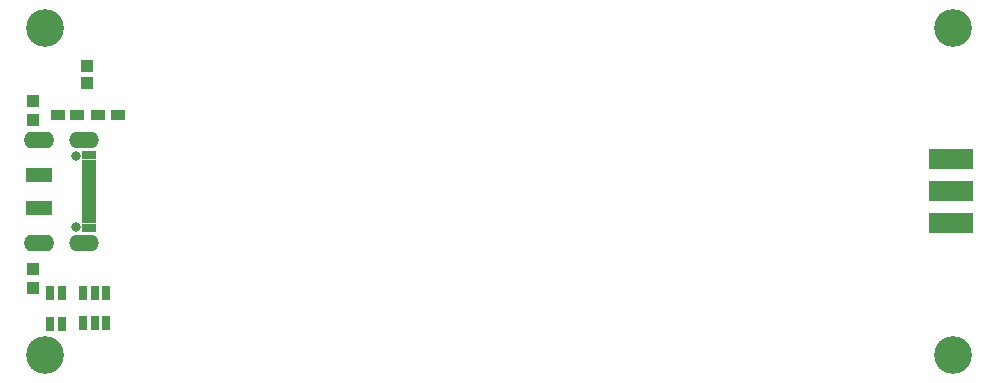
<source format=gts>
G04*
G04 #@! TF.GenerationSoftware,Altium Limited,Altium Designer,22.11.1 (43)*
G04*
G04 Layer_Color=8388736*
%FSLAX25Y25*%
%MOIN*%
G70*
G04*
G04 #@! TF.SameCoordinates,6F2D09EA-FD7B-4BD8-B8BB-3870161F1110*
G04*
G04*
G04 #@! TF.FilePolarity,Negative*
G04*
G01*
G75*
%ADD25R,0.04737X0.02847*%
%ADD26R,0.04737X0.01863*%
%ADD27R,0.08674X0.04737*%
%ADD28R,0.14580X0.06706*%
%ADD29R,0.03950X0.03950*%
%ADD30R,0.04540X0.03556*%
%ADD31R,0.04147X0.04147*%
%ADD32R,0.03162X0.05131*%
%ADD33R,0.03162X0.05131*%
%ADD34C,0.03162*%
%ADD35C,0.03280*%
%ADD36O,0.09918X0.05359*%
%ADD37O,0.10249X0.05524*%
%ADD38C,0.12611*%
D25*
X23035Y74193D02*
D03*
Y49784D02*
D03*
Y71240D02*
D03*
Y52736D02*
D03*
D26*
Y68878D02*
D03*
Y55098D02*
D03*
Y66909D02*
D03*
Y64941D02*
D03*
Y62972D02*
D03*
Y61004D02*
D03*
Y59035D02*
D03*
Y57067D02*
D03*
D27*
X6500Y67500D02*
D03*
Y56476D02*
D03*
D28*
X310500Y62130D02*
D03*
Y51500D02*
D03*
Y72760D02*
D03*
D29*
X22500Y98047D02*
D03*
Y103953D02*
D03*
D30*
X12752Y87500D02*
D03*
X19248D02*
D03*
X26252D02*
D03*
X32748D02*
D03*
D31*
X4500Y36051D02*
D03*
Y29949D02*
D03*
Y85949D02*
D03*
Y92051D02*
D03*
D32*
X21260Y18158D02*
D03*
X25000D02*
D03*
X28740D02*
D03*
Y28000D02*
D03*
X21260D02*
D03*
X25000D02*
D03*
D33*
X10031Y28315D02*
D03*
Y17685D02*
D03*
X13969D02*
D03*
Y28315D02*
D03*
D34*
X18705Y50177D02*
D03*
D35*
D03*
Y73799D02*
D03*
D36*
X21559Y78996D02*
D03*
Y44980D02*
D03*
D37*
X6500Y78996D02*
D03*
Y44980D02*
D03*
D38*
X311000Y7500D02*
D03*
X8500D02*
D03*
X311000Y116500D02*
D03*
X8500D02*
D03*
M02*

</source>
